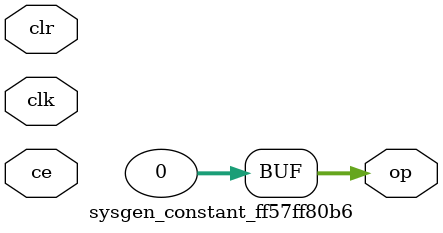
<source format=v>
module sysgen_constant_ff57ff80b6 (
  output [(32 - 1):0] op,
  input clk,
  input ce,
  input clr);
  assign op = 32'b00000000000000000000000000000000;
endmodule
</source>
